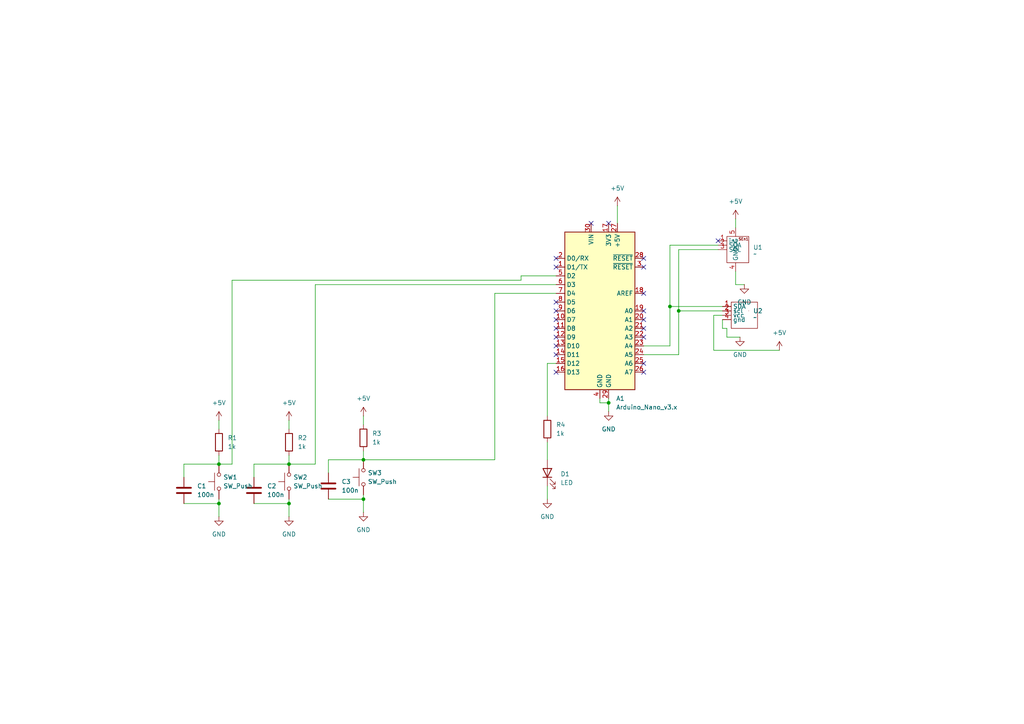
<source format=kicad_sch>
(kicad_sch
	(version 20250114)
	(generator "eeschema")
	(generator_version "9.0")
	(uuid "6a6155fe-d875-4936-93f6-78a87f9b7af4")
	(paper "A4")
	(lib_symbols
		(symbol "Device:C"
			(pin_numbers
				(hide yes)
			)
			(pin_names
				(offset 0.254)
			)
			(exclude_from_sim no)
			(in_bom yes)
			(on_board yes)
			(property "Reference" "C"
				(at 0.635 2.54 0)
				(effects
					(font
						(size 1.27 1.27)
					)
					(justify left)
				)
			)
			(property "Value" "C"
				(at 0.635 -2.54 0)
				(effects
					(font
						(size 1.27 1.27)
					)
					(justify left)
				)
			)
			(property "Footprint" ""
				(at 0.9652 -3.81 0)
				(effects
					(font
						(size 1.27 1.27)
					)
					(hide yes)
				)
			)
			(property "Datasheet" "~"
				(at 0 0 0)
				(effects
					(font
						(size 1.27 1.27)
					)
					(hide yes)
				)
			)
			(property "Description" "Unpolarized capacitor"
				(at 0 0 0)
				(effects
					(font
						(size 1.27 1.27)
					)
					(hide yes)
				)
			)
			(property "ki_keywords" "cap capacitor"
				(at 0 0 0)
				(effects
					(font
						(size 1.27 1.27)
					)
					(hide yes)
				)
			)
			(property "ki_fp_filters" "C_*"
				(at 0 0 0)
				(effects
					(font
						(size 1.27 1.27)
					)
					(hide yes)
				)
			)
			(symbol "C_0_1"
				(polyline
					(pts
						(xy -2.032 0.762) (xy 2.032 0.762)
					)
					(stroke
						(width 0.508)
						(type default)
					)
					(fill
						(type none)
					)
				)
				(polyline
					(pts
						(xy -2.032 -0.762) (xy 2.032 -0.762)
					)
					(stroke
						(width 0.508)
						(type default)
					)
					(fill
						(type none)
					)
				)
			)
			(symbol "C_1_1"
				(pin passive line
					(at 0 3.81 270)
					(length 2.794)
					(name "~"
						(effects
							(font
								(size 1.27 1.27)
							)
						)
					)
					(number "1"
						(effects
							(font
								(size 1.27 1.27)
							)
						)
					)
				)
				(pin passive line
					(at 0 -3.81 90)
					(length 2.794)
					(name "~"
						(effects
							(font
								(size 1.27 1.27)
							)
						)
					)
					(number "2"
						(effects
							(font
								(size 1.27 1.27)
							)
						)
					)
				)
			)
			(embedded_fonts no)
		)
		(symbol "Device:LED"
			(pin_numbers
				(hide yes)
			)
			(pin_names
				(offset 1.016)
				(hide yes)
			)
			(exclude_from_sim no)
			(in_bom yes)
			(on_board yes)
			(property "Reference" "D"
				(at 0 2.54 0)
				(effects
					(font
						(size 1.27 1.27)
					)
				)
			)
			(property "Value" "LED"
				(at 0 -2.54 0)
				(effects
					(font
						(size 1.27 1.27)
					)
				)
			)
			(property "Footprint" ""
				(at 0 0 0)
				(effects
					(font
						(size 1.27 1.27)
					)
					(hide yes)
				)
			)
			(property "Datasheet" "~"
				(at 0 0 0)
				(effects
					(font
						(size 1.27 1.27)
					)
					(hide yes)
				)
			)
			(property "Description" "Light emitting diode"
				(at 0 0 0)
				(effects
					(font
						(size 1.27 1.27)
					)
					(hide yes)
				)
			)
			(property "Sim.Pins" "1=K 2=A"
				(at 0 0 0)
				(effects
					(font
						(size 1.27 1.27)
					)
					(hide yes)
				)
			)
			(property "ki_keywords" "LED diode"
				(at 0 0 0)
				(effects
					(font
						(size 1.27 1.27)
					)
					(hide yes)
				)
			)
			(property "ki_fp_filters" "LED* LED_SMD:* LED_THT:*"
				(at 0 0 0)
				(effects
					(font
						(size 1.27 1.27)
					)
					(hide yes)
				)
			)
			(symbol "LED_0_1"
				(polyline
					(pts
						(xy -3.048 -0.762) (xy -4.572 -2.286) (xy -3.81 -2.286) (xy -4.572 -2.286) (xy -4.572 -1.524)
					)
					(stroke
						(width 0)
						(type default)
					)
					(fill
						(type none)
					)
				)
				(polyline
					(pts
						(xy -1.778 -0.762) (xy -3.302 -2.286) (xy -2.54 -2.286) (xy -3.302 -2.286) (xy -3.302 -1.524)
					)
					(stroke
						(width 0)
						(type default)
					)
					(fill
						(type none)
					)
				)
				(polyline
					(pts
						(xy -1.27 0) (xy 1.27 0)
					)
					(stroke
						(width 0)
						(type default)
					)
					(fill
						(type none)
					)
				)
				(polyline
					(pts
						(xy -1.27 -1.27) (xy -1.27 1.27)
					)
					(stroke
						(width 0.254)
						(type default)
					)
					(fill
						(type none)
					)
				)
				(polyline
					(pts
						(xy 1.27 -1.27) (xy 1.27 1.27) (xy -1.27 0) (xy 1.27 -1.27)
					)
					(stroke
						(width 0.254)
						(type default)
					)
					(fill
						(type none)
					)
				)
			)
			(symbol "LED_1_1"
				(pin passive line
					(at -3.81 0 0)
					(length 2.54)
					(name "K"
						(effects
							(font
								(size 1.27 1.27)
							)
						)
					)
					(number "1"
						(effects
							(font
								(size 1.27 1.27)
							)
						)
					)
				)
				(pin passive line
					(at 3.81 0 180)
					(length 2.54)
					(name "A"
						(effects
							(font
								(size 1.27 1.27)
							)
						)
					)
					(number "2"
						(effects
							(font
								(size 1.27 1.27)
							)
						)
					)
				)
			)
			(embedded_fonts no)
		)
		(symbol "Device:R"
			(pin_numbers
				(hide yes)
			)
			(pin_names
				(offset 0)
			)
			(exclude_from_sim no)
			(in_bom yes)
			(on_board yes)
			(property "Reference" "R"
				(at 2.032 0 90)
				(effects
					(font
						(size 1.27 1.27)
					)
				)
			)
			(property "Value" "R"
				(at 0 0 90)
				(effects
					(font
						(size 1.27 1.27)
					)
				)
			)
			(property "Footprint" ""
				(at -1.778 0 90)
				(effects
					(font
						(size 1.27 1.27)
					)
					(hide yes)
				)
			)
			(property "Datasheet" "~"
				(at 0 0 0)
				(effects
					(font
						(size 1.27 1.27)
					)
					(hide yes)
				)
			)
			(property "Description" "Resistor"
				(at 0 0 0)
				(effects
					(font
						(size 1.27 1.27)
					)
					(hide yes)
				)
			)
			(property "ki_keywords" "R res resistor"
				(at 0 0 0)
				(effects
					(font
						(size 1.27 1.27)
					)
					(hide yes)
				)
			)
			(property "ki_fp_filters" "R_*"
				(at 0 0 0)
				(effects
					(font
						(size 1.27 1.27)
					)
					(hide yes)
				)
			)
			(symbol "R_0_1"
				(rectangle
					(start -1.016 -2.54)
					(end 1.016 2.54)
					(stroke
						(width 0.254)
						(type default)
					)
					(fill
						(type none)
					)
				)
			)
			(symbol "R_1_1"
				(pin passive line
					(at 0 3.81 270)
					(length 1.27)
					(name "~"
						(effects
							(font
								(size 1.27 1.27)
							)
						)
					)
					(number "1"
						(effects
							(font
								(size 1.27 1.27)
							)
						)
					)
				)
				(pin passive line
					(at 0 -3.81 90)
					(length 1.27)
					(name "~"
						(effects
							(font
								(size 1.27 1.27)
							)
						)
					)
					(number "2"
						(effects
							(font
								(size 1.27 1.27)
							)
						)
					)
				)
			)
			(embedded_fonts no)
		)
		(symbol "MCU_Module:Arduino_Nano_v3.x"
			(exclude_from_sim no)
			(in_bom yes)
			(on_board yes)
			(property "Reference" "A"
				(at -10.16 23.495 0)
				(effects
					(font
						(size 1.27 1.27)
					)
					(justify left bottom)
				)
			)
			(property "Value" "Arduino_Nano_v3.x"
				(at 5.08 -24.13 0)
				(effects
					(font
						(size 1.27 1.27)
					)
					(justify left top)
				)
			)
			(property "Footprint" "Module:Arduino_Nano"
				(at 0 0 0)
				(effects
					(font
						(size 1.27 1.27)
						(italic yes)
					)
					(hide yes)
				)
			)
			(property "Datasheet" "http://www.mouser.com/pdfdocs/Gravitech_Arduino_Nano3_0.pdf"
				(at 0 0 0)
				(effects
					(font
						(size 1.27 1.27)
					)
					(hide yes)
				)
			)
			(property "Description" "Arduino Nano v3.x"
				(at 0 0 0)
				(effects
					(font
						(size 1.27 1.27)
					)
					(hide yes)
				)
			)
			(property "ki_keywords" "Arduino nano microcontroller module USB"
				(at 0 0 0)
				(effects
					(font
						(size 1.27 1.27)
					)
					(hide yes)
				)
			)
			(property "ki_fp_filters" "Arduino*Nano*"
				(at 0 0 0)
				(effects
					(font
						(size 1.27 1.27)
					)
					(hide yes)
				)
			)
			(symbol "Arduino_Nano_v3.x_0_1"
				(rectangle
					(start -10.16 22.86)
					(end 10.16 -22.86)
					(stroke
						(width 0.254)
						(type default)
					)
					(fill
						(type background)
					)
				)
			)
			(symbol "Arduino_Nano_v3.x_1_1"
				(pin bidirectional line
					(at -12.7 15.24 0)
					(length 2.54)
					(name "D0/RX"
						(effects
							(font
								(size 1.27 1.27)
							)
						)
					)
					(number "2"
						(effects
							(font
								(size 1.27 1.27)
							)
						)
					)
				)
				(pin bidirectional line
					(at -12.7 12.7 0)
					(length 2.54)
					(name "D1/TX"
						(effects
							(font
								(size 1.27 1.27)
							)
						)
					)
					(number "1"
						(effects
							(font
								(size 1.27 1.27)
							)
						)
					)
				)
				(pin bidirectional line
					(at -12.7 10.16 0)
					(length 2.54)
					(name "D2"
						(effects
							(font
								(size 1.27 1.27)
							)
						)
					)
					(number "5"
						(effects
							(font
								(size 1.27 1.27)
							)
						)
					)
				)
				(pin bidirectional line
					(at -12.7 7.62 0)
					(length 2.54)
					(name "D3"
						(effects
							(font
								(size 1.27 1.27)
							)
						)
					)
					(number "6"
						(effects
							(font
								(size 1.27 1.27)
							)
						)
					)
				)
				(pin bidirectional line
					(at -12.7 5.08 0)
					(length 2.54)
					(name "D4"
						(effects
							(font
								(size 1.27 1.27)
							)
						)
					)
					(number "7"
						(effects
							(font
								(size 1.27 1.27)
							)
						)
					)
				)
				(pin bidirectional line
					(at -12.7 2.54 0)
					(length 2.54)
					(name "D5"
						(effects
							(font
								(size 1.27 1.27)
							)
						)
					)
					(number "8"
						(effects
							(font
								(size 1.27 1.27)
							)
						)
					)
				)
				(pin bidirectional line
					(at -12.7 0 0)
					(length 2.54)
					(name "D6"
						(effects
							(font
								(size 1.27 1.27)
							)
						)
					)
					(number "9"
						(effects
							(font
								(size 1.27 1.27)
							)
						)
					)
				)
				(pin bidirectional line
					(at -12.7 -2.54 0)
					(length 2.54)
					(name "D7"
						(effects
							(font
								(size 1.27 1.27)
							)
						)
					)
					(number "10"
						(effects
							(font
								(size 1.27 1.27)
							)
						)
					)
				)
				(pin bidirectional line
					(at -12.7 -5.08 0)
					(length 2.54)
					(name "D8"
						(effects
							(font
								(size 1.27 1.27)
							)
						)
					)
					(number "11"
						(effects
							(font
								(size 1.27 1.27)
							)
						)
					)
				)
				(pin bidirectional line
					(at -12.7 -7.62 0)
					(length 2.54)
					(name "D9"
						(effects
							(font
								(size 1.27 1.27)
							)
						)
					)
					(number "12"
						(effects
							(font
								(size 1.27 1.27)
							)
						)
					)
				)
				(pin bidirectional line
					(at -12.7 -10.16 0)
					(length 2.54)
					(name "D10"
						(effects
							(font
								(size 1.27 1.27)
							)
						)
					)
					(number "13"
						(effects
							(font
								(size 1.27 1.27)
							)
						)
					)
				)
				(pin bidirectional line
					(at -12.7 -12.7 0)
					(length 2.54)
					(name "D11"
						(effects
							(font
								(size 1.27 1.27)
							)
						)
					)
					(number "14"
						(effects
							(font
								(size 1.27 1.27)
							)
						)
					)
				)
				(pin bidirectional line
					(at -12.7 -15.24 0)
					(length 2.54)
					(name "D12"
						(effects
							(font
								(size 1.27 1.27)
							)
						)
					)
					(number "15"
						(effects
							(font
								(size 1.27 1.27)
							)
						)
					)
				)
				(pin bidirectional line
					(at -12.7 -17.78 0)
					(length 2.54)
					(name "D13"
						(effects
							(font
								(size 1.27 1.27)
							)
						)
					)
					(number "16"
						(effects
							(font
								(size 1.27 1.27)
							)
						)
					)
				)
				(pin power_in line
					(at -2.54 25.4 270)
					(length 2.54)
					(name "VIN"
						(effects
							(font
								(size 1.27 1.27)
							)
						)
					)
					(number "30"
						(effects
							(font
								(size 1.27 1.27)
							)
						)
					)
				)
				(pin power_in line
					(at 0 -25.4 90)
					(length 2.54)
					(name "GND"
						(effects
							(font
								(size 1.27 1.27)
							)
						)
					)
					(number "4"
						(effects
							(font
								(size 1.27 1.27)
							)
						)
					)
				)
				(pin power_out line
					(at 2.54 25.4 270)
					(length 2.54)
					(name "3V3"
						(effects
							(font
								(size 1.27 1.27)
							)
						)
					)
					(number "17"
						(effects
							(font
								(size 1.27 1.27)
							)
						)
					)
				)
				(pin power_in line
					(at 2.54 -25.4 90)
					(length 2.54)
					(name "GND"
						(effects
							(font
								(size 1.27 1.27)
							)
						)
					)
					(number "29"
						(effects
							(font
								(size 1.27 1.27)
							)
						)
					)
				)
				(pin power_out line
					(at 5.08 25.4 270)
					(length 2.54)
					(name "+5V"
						(effects
							(font
								(size 1.27 1.27)
							)
						)
					)
					(number "27"
						(effects
							(font
								(size 1.27 1.27)
							)
						)
					)
				)
				(pin input line
					(at 12.7 15.24 180)
					(length 2.54)
					(name "~{RESET}"
						(effects
							(font
								(size 1.27 1.27)
							)
						)
					)
					(number "28"
						(effects
							(font
								(size 1.27 1.27)
							)
						)
					)
				)
				(pin input line
					(at 12.7 12.7 180)
					(length 2.54)
					(name "~{RESET}"
						(effects
							(font
								(size 1.27 1.27)
							)
						)
					)
					(number "3"
						(effects
							(font
								(size 1.27 1.27)
							)
						)
					)
				)
				(pin input line
					(at 12.7 5.08 180)
					(length 2.54)
					(name "AREF"
						(effects
							(font
								(size 1.27 1.27)
							)
						)
					)
					(number "18"
						(effects
							(font
								(size 1.27 1.27)
							)
						)
					)
				)
				(pin bidirectional line
					(at 12.7 0 180)
					(length 2.54)
					(name "A0"
						(effects
							(font
								(size 1.27 1.27)
							)
						)
					)
					(number "19"
						(effects
							(font
								(size 1.27 1.27)
							)
						)
					)
				)
				(pin bidirectional line
					(at 12.7 -2.54 180)
					(length 2.54)
					(name "A1"
						(effects
							(font
								(size 1.27 1.27)
							)
						)
					)
					(number "20"
						(effects
							(font
								(size 1.27 1.27)
							)
						)
					)
				)
				(pin bidirectional line
					(at 12.7 -5.08 180)
					(length 2.54)
					(name "A2"
						(effects
							(font
								(size 1.27 1.27)
							)
						)
					)
					(number "21"
						(effects
							(font
								(size 1.27 1.27)
							)
						)
					)
				)
				(pin bidirectional line
					(at 12.7 -7.62 180)
					(length 2.54)
					(name "A3"
						(effects
							(font
								(size 1.27 1.27)
							)
						)
					)
					(number "22"
						(effects
							(font
								(size 1.27 1.27)
							)
						)
					)
				)
				(pin bidirectional line
					(at 12.7 -10.16 180)
					(length 2.54)
					(name "A4"
						(effects
							(font
								(size 1.27 1.27)
							)
						)
					)
					(number "23"
						(effects
							(font
								(size 1.27 1.27)
							)
						)
					)
				)
				(pin bidirectional line
					(at 12.7 -12.7 180)
					(length 2.54)
					(name "A5"
						(effects
							(font
								(size 1.27 1.27)
							)
						)
					)
					(number "24"
						(effects
							(font
								(size 1.27 1.27)
							)
						)
					)
				)
				(pin bidirectional line
					(at 12.7 -15.24 180)
					(length 2.54)
					(name "A6"
						(effects
							(font
								(size 1.27 1.27)
							)
						)
					)
					(number "25"
						(effects
							(font
								(size 1.27 1.27)
							)
						)
					)
				)
				(pin bidirectional line
					(at 12.7 -17.78 180)
					(length 2.54)
					(name "A7"
						(effects
							(font
								(size 1.27 1.27)
							)
						)
					)
					(number "26"
						(effects
							(font
								(size 1.27 1.27)
							)
						)
					)
				)
			)
			(embedded_fonts no)
		)
		(symbol "New_Library:MAX30102_module"
			(exclude_from_sim no)
			(in_bom yes)
			(on_board yes)
			(property "Reference" "U"
				(at 0 0 0)
				(effects
					(font
						(size 1.27 1.27)
					)
				)
			)
			(property "Value" ""
				(at 0 0 0)
				(effects
					(font
						(size 1.27 1.27)
					)
				)
			)
			(property "Footprint" ""
				(at 0 0 0)
				(effects
					(font
						(size 1.27 1.27)
					)
					(hide yes)
				)
			)
			(property "Datasheet" ""
				(at 0 0 0)
				(effects
					(font
						(size 1.27 1.27)
					)
					(hide yes)
				)
			)
			(property "Description" ""
				(at 0 0 0)
				(effects
					(font
						(size 1.27 1.27)
					)
					(hide yes)
				)
			)
			(symbol "MAX30102_module_0_1"
				(rectangle
					(start -3.81 2.54)
					(end 2.54 -5.08)
					(stroke
						(width 0)
						(type default)
					)
					(fill
						(type none)
					)
				)
			)
			(symbol "MAX30102_module_1_1"
				(text "SEn1"
					(at 1.016 1.778 0)
					(effects
						(font
							(size 0.762 0.762)
						)
					)
				)
				(pin input line
					(at -6.35 1.27 0)
					(length 2.54)
					(name "int"
						(effects
							(font
								(size 1.27 1.27)
							)
						)
					)
					(number "1"
						(effects
							(font
								(size 1.27 1.27)
							)
						)
					)
				)
				(pin bidirectional line
					(at -6.35 0 0)
					(length 2.54)
					(name "SDA"
						(effects
							(font
								(size 1.27 1.27)
							)
						)
					)
					(number "2"
						(effects
							(font
								(size 1.27 1.27)
							)
						)
					)
				)
				(pin input line
					(at -6.35 -1.27 0)
					(length 2.54)
					(name "SCL"
						(effects
							(font
								(size 1.27 1.27)
							)
						)
					)
					(number "3"
						(effects
							(font
								(size 1.27 1.27)
							)
						)
					)
				)
				(pin power_in line
					(at -1.27 5.08 270)
					(length 2.54)
					(name "VCC"
						(effects
							(font
								(size 1.27 1.27)
							)
						)
					)
					(number "5"
						(effects
							(font
								(size 1.27 1.27)
							)
						)
					)
				)
				(pin power_in line
					(at -1.27 -7.62 90)
					(length 2.54)
					(name "GND"
						(effects
							(font
								(size 1.27 1.27)
							)
						)
					)
					(number "4"
						(effects
							(font
								(size 1.27 1.27)
							)
						)
					)
				)
			)
			(embedded_fonts no)
		)
		(symbol "New_Library:ssd_1306"
			(exclude_from_sim no)
			(in_bom yes)
			(on_board yes)
			(property "Reference" "U"
				(at 5.08 0 0)
				(effects
					(font
						(size 1.27 1.27)
					)
				)
			)
			(property "Value" ""
				(at 0 0 0)
				(effects
					(font
						(size 1.27 1.27)
					)
				)
			)
			(property "Footprint" ""
				(at 0 0 0)
				(effects
					(font
						(size 1.27 1.27)
					)
					(hide yes)
				)
			)
			(property "Datasheet" ""
				(at 0 0 0)
				(effects
					(font
						(size 1.27 1.27)
					)
					(hide yes)
				)
			)
			(property "Description" ""
				(at 0 0 0)
				(effects
					(font
						(size 1.27 1.27)
					)
					(hide yes)
				)
			)
			(symbol "ssd_1306_0_1"
				(rectangle
					(start 5.08 0)
					(end 5.08 0)
					(stroke
						(width 0)
						(type default)
					)
					(fill
						(type none)
					)
				)
			)
			(symbol "ssd_1306_1_1"
				(rectangle
					(start 0 2.54)
					(end 7.62 -5.08)
					(stroke
						(width 0)
						(type default)
					)
					(fill
						(type none)
					)
				)
				(pin bidirectional line
					(at -2.54 1.27 0)
					(length 2.54)
					(name "SDA"
						(effects
							(font
								(size 1.27 1.27)
							)
						)
					)
					(number "1"
						(effects
							(font
								(size 1.27 1.27)
							)
						)
					)
				)
				(pin bidirectional line
					(at -2.54 0 0)
					(length 2.54)
					(name "scl"
						(effects
							(font
								(size 1.27 1.27)
							)
						)
					)
					(number "2"
						(effects
							(font
								(size 1.27 1.27)
							)
						)
					)
				)
				(pin power_in line
					(at -2.54 -1.27 0)
					(length 2.54)
					(name "vcc"
						(effects
							(font
								(size 1.27 1.27)
							)
						)
					)
					(number "3"
						(effects
							(font
								(size 1.27 1.27)
							)
						)
					)
				)
				(pin power_in line
					(at -2.54 -2.54 0)
					(length 2.54)
					(name "gnd"
						(effects
							(font
								(size 1.27 1.27)
							)
						)
					)
					(number "4"
						(effects
							(font
								(size 1.27 1.27)
							)
						)
					)
				)
			)
			(embedded_fonts no)
		)
		(symbol "Switch:SW_Push"
			(pin_numbers
				(hide yes)
			)
			(pin_names
				(offset 1.016)
				(hide yes)
			)
			(exclude_from_sim no)
			(in_bom yes)
			(on_board yes)
			(property "Reference" "SW"
				(at 1.27 2.54 0)
				(effects
					(font
						(size 1.27 1.27)
					)
					(justify left)
				)
			)
			(property "Value" "SW_Push"
				(at 0 -1.524 0)
				(effects
					(font
						(size 1.27 1.27)
					)
				)
			)
			(property "Footprint" ""
				(at 0 5.08 0)
				(effects
					(font
						(size 1.27 1.27)
					)
					(hide yes)
				)
			)
			(property "Datasheet" "~"
				(at 0 5.08 0)
				(effects
					(font
						(size 1.27 1.27)
					)
					(hide yes)
				)
			)
			(property "Description" "Push button switch, generic, two pins"
				(at 0 0 0)
				(effects
					(font
						(size 1.27 1.27)
					)
					(hide yes)
				)
			)
			(property "ki_keywords" "switch normally-open pushbutton push-button"
				(at 0 0 0)
				(effects
					(font
						(size 1.27 1.27)
					)
					(hide yes)
				)
			)
			(symbol "SW_Push_0_1"
				(circle
					(center -2.032 0)
					(radius 0.508)
					(stroke
						(width 0)
						(type default)
					)
					(fill
						(type none)
					)
				)
				(polyline
					(pts
						(xy 0 1.27) (xy 0 3.048)
					)
					(stroke
						(width 0)
						(type default)
					)
					(fill
						(type none)
					)
				)
				(circle
					(center 2.032 0)
					(radius 0.508)
					(stroke
						(width 0)
						(type default)
					)
					(fill
						(type none)
					)
				)
				(polyline
					(pts
						(xy 2.54 1.27) (xy -2.54 1.27)
					)
					(stroke
						(width 0)
						(type default)
					)
					(fill
						(type none)
					)
				)
				(pin passive line
					(at -5.08 0 0)
					(length 2.54)
					(name "1"
						(effects
							(font
								(size 1.27 1.27)
							)
						)
					)
					(number "1"
						(effects
							(font
								(size 1.27 1.27)
							)
						)
					)
				)
				(pin passive line
					(at 5.08 0 180)
					(length 2.54)
					(name "2"
						(effects
							(font
								(size 1.27 1.27)
							)
						)
					)
					(number "2"
						(effects
							(font
								(size 1.27 1.27)
							)
						)
					)
				)
			)
			(embedded_fonts no)
		)
		(symbol "power:+5V"
			(power)
			(pin_numbers
				(hide yes)
			)
			(pin_names
				(offset 0)
				(hide yes)
			)
			(exclude_from_sim no)
			(in_bom yes)
			(on_board yes)
			(property "Reference" "#PWR"
				(at 0 -3.81 0)
				(effects
					(font
						(size 1.27 1.27)
					)
					(hide yes)
				)
			)
			(property "Value" "+5V"
				(at 0 3.556 0)
				(effects
					(font
						(size 1.27 1.27)
					)
				)
			)
			(property "Footprint" ""
				(at 0 0 0)
				(effects
					(font
						(size 1.27 1.27)
					)
					(hide yes)
				)
			)
			(property "Datasheet" ""
				(at 0 0 0)
				(effects
					(font
						(size 1.27 1.27)
					)
					(hide yes)
				)
			)
			(property "Description" "Power symbol creates a global label with name \"+5V\""
				(at 0 0 0)
				(effects
					(font
						(size 1.27 1.27)
					)
					(hide yes)
				)
			)
			(property "ki_keywords" "global power"
				(at 0 0 0)
				(effects
					(font
						(size 1.27 1.27)
					)
					(hide yes)
				)
			)
			(symbol "+5V_0_1"
				(polyline
					(pts
						(xy -0.762 1.27) (xy 0 2.54)
					)
					(stroke
						(width 0)
						(type default)
					)
					(fill
						(type none)
					)
				)
				(polyline
					(pts
						(xy 0 2.54) (xy 0.762 1.27)
					)
					(stroke
						(width 0)
						(type default)
					)
					(fill
						(type none)
					)
				)
				(polyline
					(pts
						(xy 0 0) (xy 0 2.54)
					)
					(stroke
						(width 0)
						(type default)
					)
					(fill
						(type none)
					)
				)
			)
			(symbol "+5V_1_1"
				(pin power_in line
					(at 0 0 90)
					(length 0)
					(name "~"
						(effects
							(font
								(size 1.27 1.27)
							)
						)
					)
					(number "1"
						(effects
							(font
								(size 1.27 1.27)
							)
						)
					)
				)
			)
			(embedded_fonts no)
		)
		(symbol "power:GND"
			(power)
			(pin_numbers
				(hide yes)
			)
			(pin_names
				(offset 0)
				(hide yes)
			)
			(exclude_from_sim no)
			(in_bom yes)
			(on_board yes)
			(property "Reference" "#PWR"
				(at 0 -6.35 0)
				(effects
					(font
						(size 1.27 1.27)
					)
					(hide yes)
				)
			)
			(property "Value" "GND"
				(at 0 -3.81 0)
				(effects
					(font
						(size 1.27 1.27)
					)
				)
			)
			(property "Footprint" ""
				(at 0 0 0)
				(effects
					(font
						(size 1.27 1.27)
					)
					(hide yes)
				)
			)
			(property "Datasheet" ""
				(at 0 0 0)
				(effects
					(font
						(size 1.27 1.27)
					)
					(hide yes)
				)
			)
			(property "Description" "Power symbol creates a global label with name \"GND\" , ground"
				(at 0 0 0)
				(effects
					(font
						(size 1.27 1.27)
					)
					(hide yes)
				)
			)
			(property "ki_keywords" "global power"
				(at 0 0 0)
				(effects
					(font
						(size 1.27 1.27)
					)
					(hide yes)
				)
			)
			(symbol "GND_0_1"
				(polyline
					(pts
						(xy 0 0) (xy 0 -1.27) (xy 1.27 -1.27) (xy 0 -2.54) (xy -1.27 -1.27) (xy 0 -1.27)
					)
					(stroke
						(width 0)
						(type default)
					)
					(fill
						(type none)
					)
				)
			)
			(symbol "GND_1_1"
				(pin power_in line
					(at 0 0 270)
					(length 0)
					(name "~"
						(effects
							(font
								(size 1.27 1.27)
							)
						)
					)
					(number "1"
						(effects
							(font
								(size 1.27 1.27)
							)
						)
					)
				)
			)
			(embedded_fonts no)
		)
	)
	(junction
		(at 176.53 116.84)
		(diameter 0)
		(color 0 0 0 0)
		(uuid "13b495a3-d055-408c-84ec-9334c1c450ef")
	)
	(junction
		(at 105.41 144.78)
		(diameter 0)
		(color 0 0 0 0)
		(uuid "25921818-4e11-415c-8cb2-07b6eea55f5a")
	)
	(junction
		(at 196.85 90.17)
		(diameter 0)
		(color 0 0 0 0)
		(uuid "54144efc-bbf0-49c1-b0d0-5a664fbd3193")
	)
	(junction
		(at 83.82 134.62)
		(diameter 0)
		(color 0 0 0 0)
		(uuid "7385b233-1c98-4d1c-b970-d31972ec93d9")
	)
	(junction
		(at 63.5 146.05)
		(diameter 0)
		(color 0 0 0 0)
		(uuid "8d88236a-f573-4cf5-bd93-e143cc57ffe2")
	)
	(junction
		(at 83.82 146.05)
		(diameter 0)
		(color 0 0 0 0)
		(uuid "c05539a9-0c4f-4161-90fc-56f23e6b444e")
	)
	(junction
		(at 194.31 88.9)
		(diameter 0)
		(color 0 0 0 0)
		(uuid "e5269311-424e-4135-9f04-b96638878fee")
	)
	(junction
		(at 105.41 133.35)
		(diameter 0)
		(color 0 0 0 0)
		(uuid "ed22a779-f181-4a7c-9ba1-3fd3441a67e2")
	)
	(junction
		(at 63.5 134.62)
		(diameter 0)
		(color 0 0 0 0)
		(uuid "f811ce78-2b54-4c80-9e63-eafb60b6f1d6")
	)
	(no_connect
		(at 161.29 100.33)
		(uuid "01340b7d-fa9f-49a4-867b-6e217fd6e0e5")
	)
	(no_connect
		(at 161.29 90.17)
		(uuid "0c6b4c30-4d21-4682-8f66-d85640ee810c")
	)
	(no_connect
		(at 161.29 107.95)
		(uuid "1adc89f6-7b5d-4ac4-ae7e-91d339db9a3b")
	)
	(no_connect
		(at 186.69 92.71)
		(uuid "1b6c6992-9ccc-4c30-933a-02a353f09534")
	)
	(no_connect
		(at 208.28 69.85)
		(uuid "20127ded-dbf1-455d-abc1-4ad27e76140a")
	)
	(no_connect
		(at 161.29 87.63)
		(uuid "22596927-9f20-4fb8-8596-653c05332289")
	)
	(no_connect
		(at 186.69 95.25)
		(uuid "3a996bfe-8a2a-481c-832b-d1aaa93616da")
	)
	(no_connect
		(at 176.53 64.77)
		(uuid "42eb34f2-be39-4f5d-b026-c5e6b975cf2a")
	)
	(no_connect
		(at 161.29 95.25)
		(uuid "482ec123-54d1-43bc-8f80-0f9275368bf0")
	)
	(no_connect
		(at 186.69 97.79)
		(uuid "4a6b6e65-6855-4c20-81e5-5f2d4eb992cc")
	)
	(no_connect
		(at 161.29 97.79)
		(uuid "65140d33-7de9-4350-850c-b219bfed5be7")
	)
	(no_connect
		(at 186.69 105.41)
		(uuid "70924764-bba9-4454-b5d9-b1fc7f4e4a05")
	)
	(no_connect
		(at 161.29 92.71)
		(uuid "7d8b44ce-f767-4a3c-8055-b1792927c2d6")
	)
	(no_connect
		(at 186.69 107.95)
		(uuid "806e1795-88d1-4ba0-8300-72df6ecda316")
	)
	(no_connect
		(at 171.45 64.77)
		(uuid "81264257-20b1-41da-98c2-7d8ccfddbd83")
	)
	(no_connect
		(at 186.69 77.47)
		(uuid "82f0bd96-7312-4040-8746-e5b8c18516b0")
	)
	(no_connect
		(at 161.29 102.87)
		(uuid "c02694a0-9ef3-405b-8cb2-0d8bedc390da")
	)
	(no_connect
		(at 186.69 85.09)
		(uuid "cda483ac-1df1-4e74-9bf4-2f760122a958")
	)
	(no_connect
		(at 186.69 90.17)
		(uuid "d162e560-876d-4a97-8d8c-711b4102fa03")
	)
	(no_connect
		(at 161.29 74.93)
		(uuid "d914b764-b81d-4f83-99bd-26711d906d6f")
	)
	(no_connect
		(at 161.29 77.47)
		(uuid "db451900-c8ff-48e3-a3c5-6e9d9c0f5173")
	)
	(no_connect
		(at 186.69 74.93)
		(uuid "e9ef0c97-3dca-439f-8a82-3389a8f4242d")
	)
	(wire
		(pts
			(xy 194.31 88.9) (xy 209.55 88.9)
		)
		(stroke
			(width 0)
			(type default)
		)
		(uuid "00b1a497-cdbf-47fe-951d-45c3f3440e68")
	)
	(wire
		(pts
			(xy 173.99 116.84) (xy 176.53 116.84)
		)
		(stroke
			(width 0)
			(type default)
		)
		(uuid "0e8ab7db-349c-4c8e-ba68-1a77e40fd8fc")
	)
	(wire
		(pts
			(xy 67.31 134.62) (xy 67.31 81.28)
		)
		(stroke
			(width 0)
			(type default)
		)
		(uuid "0f4d225d-35fd-4a70-878e-894a314115d9")
	)
	(wire
		(pts
			(xy 213.36 78.74) (xy 213.36 82.55)
		)
		(stroke
			(width 0)
			(type default)
		)
		(uuid "103cc536-2d3a-4d76-a869-9443f70735e6")
	)
	(wire
		(pts
			(xy 210.82 95.25) (xy 209.55 95.25)
		)
		(stroke
			(width 0)
			(type default)
		)
		(uuid "19984aec-7ae2-4e4a-bf71-4d1bdcf5a4df")
	)
	(wire
		(pts
			(xy 158.75 120.65) (xy 158.75 105.41)
		)
		(stroke
			(width 0)
			(type default)
		)
		(uuid "2272a120-2346-4cd7-bbea-bbfdd21fa2ba")
	)
	(wire
		(pts
			(xy 63.5 146.05) (xy 63.5 149.86)
		)
		(stroke
			(width 0)
			(type default)
		)
		(uuid "23f1fdc2-1d88-483b-bfd4-9bf8a5090d7a")
	)
	(wire
		(pts
			(xy 63.5 121.92) (xy 63.5 124.46)
		)
		(stroke
			(width 0)
			(type default)
		)
		(uuid "243d8053-218e-4e84-80cb-8369de50b135")
	)
	(wire
		(pts
			(xy 53.34 146.05) (xy 63.5 146.05)
		)
		(stroke
			(width 0)
			(type default)
		)
		(uuid "271a7706-f3dc-4427-bfbd-b09f049e9abc")
	)
	(wire
		(pts
			(xy 158.75 140.97) (xy 158.75 144.78)
		)
		(stroke
			(width 0)
			(type default)
		)
		(uuid "276260f5-eabe-4273-a63b-73b94245425e")
	)
	(wire
		(pts
			(xy 83.82 132.08) (xy 83.82 134.62)
		)
		(stroke
			(width 0)
			(type default)
		)
		(uuid "27a0a057-27c4-4b4b-a572-5eeff05c0f70")
	)
	(wire
		(pts
			(xy 207.01 101.6) (xy 207.01 91.44)
		)
		(stroke
			(width 0)
			(type default)
		)
		(uuid "2b1bf59b-1b56-4e1b-ac78-993ec1803ac5")
	)
	(wire
		(pts
			(xy 143.51 85.09) (xy 161.29 85.09)
		)
		(stroke
			(width 0)
			(type default)
		)
		(uuid "2c0658be-8b91-47cc-a90a-b1cf4064b685")
	)
	(wire
		(pts
			(xy 176.53 116.84) (xy 176.53 119.38)
		)
		(stroke
			(width 0)
			(type default)
		)
		(uuid "2ea7b73f-dca5-46bd-9603-ddc25a0b348d")
	)
	(wire
		(pts
			(xy 83.82 134.62) (xy 91.44 134.62)
		)
		(stroke
			(width 0)
			(type default)
		)
		(uuid "34bcd33e-0906-43f9-8fa6-8426ff2c125d")
	)
	(wire
		(pts
			(xy 105.41 120.65) (xy 105.41 123.19)
		)
		(stroke
			(width 0)
			(type default)
		)
		(uuid "34bd30af-abc3-44f1-a5af-04838bb032d2")
	)
	(wire
		(pts
			(xy 186.69 102.87) (xy 196.85 102.87)
		)
		(stroke
			(width 0)
			(type default)
		)
		(uuid "3514b924-2a7b-4e7f-8454-c7717bff7a59")
	)
	(wire
		(pts
			(xy 151.13 80.01) (xy 161.29 80.01)
		)
		(stroke
			(width 0)
			(type default)
		)
		(uuid "39cf34b8-2edb-4095-9e70-a8ecc3a33b48")
	)
	(wire
		(pts
			(xy 176.53 115.57) (xy 176.53 116.84)
		)
		(stroke
			(width 0)
			(type default)
		)
		(uuid "3d5db7c9-8362-4aec-81a7-3b82f29d9422")
	)
	(wire
		(pts
			(xy 83.82 121.92) (xy 83.82 124.46)
		)
		(stroke
			(width 0)
			(type default)
		)
		(uuid "43b22dbe-cafc-4760-b031-e2ff647c41fa")
	)
	(wire
		(pts
			(xy 196.85 72.39) (xy 208.28 72.39)
		)
		(stroke
			(width 0)
			(type default)
		)
		(uuid "46366142-01c7-487d-8e41-110c6cf7fc50")
	)
	(wire
		(pts
			(xy 95.25 133.35) (xy 105.41 133.35)
		)
		(stroke
			(width 0)
			(type default)
		)
		(uuid "4da9f971-36f3-46c4-8b0a-fdf1faf17836")
	)
	(wire
		(pts
			(xy 53.34 138.43) (xy 53.34 134.62)
		)
		(stroke
			(width 0)
			(type default)
		)
		(uuid "50f232a7-0ccf-4d25-b804-4f5948cf3d70")
	)
	(wire
		(pts
			(xy 196.85 90.17) (xy 209.55 90.17)
		)
		(stroke
			(width 0)
			(type default)
		)
		(uuid "59a59a2d-d8ad-4b40-8bd9-1814564c5ca2")
	)
	(wire
		(pts
			(xy 186.69 100.33) (xy 194.31 100.33)
		)
		(stroke
			(width 0)
			(type default)
		)
		(uuid "65e9d029-5337-4e8c-9c5d-ef75b49f1610")
	)
	(wire
		(pts
			(xy 53.34 134.62) (xy 63.5 134.62)
		)
		(stroke
			(width 0)
			(type default)
		)
		(uuid "667a01f1-464c-4e73-bb7f-746dc8e6bd8e")
	)
	(wire
		(pts
			(xy 207.01 91.44) (xy 209.55 91.44)
		)
		(stroke
			(width 0)
			(type default)
		)
		(uuid "74de60df-9dbb-4c89-8890-ff3367b446e8")
	)
	(wire
		(pts
			(xy 194.31 100.33) (xy 194.31 88.9)
		)
		(stroke
			(width 0)
			(type default)
		)
		(uuid "77d61199-e173-4574-88dc-258e665dbaef")
	)
	(wire
		(pts
			(xy 158.75 128.27) (xy 158.75 133.35)
		)
		(stroke
			(width 0)
			(type default)
		)
		(uuid "78727a06-2a36-4173-be63-6d6f384d2869")
	)
	(wire
		(pts
			(xy 179.07 59.69) (xy 179.07 64.77)
		)
		(stroke
			(width 0)
			(type default)
		)
		(uuid "88de6e4b-8bfb-471b-98ef-80e01eb66cad")
	)
	(wire
		(pts
			(xy 151.13 81.28) (xy 151.13 80.01)
		)
		(stroke
			(width 0)
			(type default)
		)
		(uuid "94908f29-5aa5-45e6-bd8a-0131232b3908")
	)
	(wire
		(pts
			(xy 210.82 97.79) (xy 210.82 95.25)
		)
		(stroke
			(width 0)
			(type default)
		)
		(uuid "9820bc9c-c6f6-4474-b834-1c4cdde9e795")
	)
	(wire
		(pts
			(xy 105.41 144.78) (xy 105.41 143.51)
		)
		(stroke
			(width 0)
			(type default)
		)
		(uuid "9aba2d34-4c7e-4369-9310-58a5d6b1ba42")
	)
	(wire
		(pts
			(xy 213.36 63.5) (xy 213.36 66.04)
		)
		(stroke
			(width 0)
			(type default)
		)
		(uuid "9d647ef3-27dd-4972-a25e-569fe0c45b3b")
	)
	(wire
		(pts
			(xy 209.55 95.25) (xy 209.55 92.71)
		)
		(stroke
			(width 0)
			(type default)
		)
		(uuid "a034e3bd-b924-4846-9fb4-4d6c4594474a")
	)
	(wire
		(pts
			(xy 207.01 101.6) (xy 226.06 101.6)
		)
		(stroke
			(width 0)
			(type default)
		)
		(uuid "a1011f05-e1ee-4065-a7c8-b73cc84d6eef")
	)
	(wire
		(pts
			(xy 95.25 137.16) (xy 95.25 133.35)
		)
		(stroke
			(width 0)
			(type default)
		)
		(uuid "a296871f-0ee6-404c-b1fd-89ca9fb4ce08")
	)
	(wire
		(pts
			(xy 173.99 115.57) (xy 173.99 116.84)
		)
		(stroke
			(width 0)
			(type default)
		)
		(uuid "a945969a-79c6-44c2-8207-ea98e0bc8b52")
	)
	(wire
		(pts
			(xy 83.82 146.05) (xy 83.82 144.78)
		)
		(stroke
			(width 0)
			(type default)
		)
		(uuid "a9815c2a-20dd-4562-ab42-a44c39e2438a")
	)
	(wire
		(pts
			(xy 63.5 132.08) (xy 63.5 134.62)
		)
		(stroke
			(width 0)
			(type default)
		)
		(uuid "aac2fb05-6fd2-4bc0-8675-a6f5fc943b9b")
	)
	(wire
		(pts
			(xy 105.41 144.78) (xy 105.41 148.59)
		)
		(stroke
			(width 0)
			(type default)
		)
		(uuid "abf63a10-996a-4429-8d93-9a6669d01e35")
	)
	(wire
		(pts
			(xy 73.66 134.62) (xy 83.82 134.62)
		)
		(stroke
			(width 0)
			(type default)
		)
		(uuid "b2b4d9cd-e1e0-44cd-8ec1-a0face9a03d6")
	)
	(wire
		(pts
			(xy 63.5 146.05) (xy 63.5 144.78)
		)
		(stroke
			(width 0)
			(type default)
		)
		(uuid "b357dba9-f0da-47da-8d5f-7ecf15f9b610")
	)
	(wire
		(pts
			(xy 91.44 82.55) (xy 161.29 82.55)
		)
		(stroke
			(width 0)
			(type default)
		)
		(uuid "b5e175a2-76b2-4ad7-8a06-acbd2353d6f0")
	)
	(wire
		(pts
			(xy 194.31 88.9) (xy 194.31 71.12)
		)
		(stroke
			(width 0)
			(type default)
		)
		(uuid "b6bb0dd3-9404-4b4c-a327-69013386f69b")
	)
	(wire
		(pts
			(xy 95.25 144.78) (xy 105.41 144.78)
		)
		(stroke
			(width 0)
			(type default)
		)
		(uuid "b84831b5-2c78-4f7c-8d57-5b72736bce39")
	)
	(wire
		(pts
			(xy 196.85 102.87) (xy 196.85 90.17)
		)
		(stroke
			(width 0)
			(type default)
		)
		(uuid "be6794dd-99b2-48e8-9c9a-5f7fe6390814")
	)
	(wire
		(pts
			(xy 158.75 105.41) (xy 161.29 105.41)
		)
		(stroke
			(width 0)
			(type default)
		)
		(uuid "bf9995c8-7378-4b4a-88c2-38d5bc0f4eb9")
	)
	(wire
		(pts
			(xy 213.36 82.55) (xy 215.9 82.55)
		)
		(stroke
			(width 0)
			(type default)
		)
		(uuid "c50f649d-46c6-47ac-ac44-bd4e5f01acaf")
	)
	(wire
		(pts
			(xy 91.44 134.62) (xy 91.44 82.55)
		)
		(stroke
			(width 0)
			(type default)
		)
		(uuid "d2350153-fb8d-48fd-a75a-34a41e6bf29a")
	)
	(wire
		(pts
			(xy 83.82 146.05) (xy 83.82 149.86)
		)
		(stroke
			(width 0)
			(type default)
		)
		(uuid "d28200f7-f3c7-4522-ad94-bae2d3ff2698")
	)
	(wire
		(pts
			(xy 105.41 130.81) (xy 105.41 133.35)
		)
		(stroke
			(width 0)
			(type default)
		)
		(uuid "de1b09cc-9428-4747-90e4-e54245f417d7")
	)
	(wire
		(pts
			(xy 196.85 90.17) (xy 196.85 72.39)
		)
		(stroke
			(width 0)
			(type default)
		)
		(uuid "e1a61bbc-2fa5-46db-9a8b-2fc63b09edbf")
	)
	(wire
		(pts
			(xy 73.66 138.43) (xy 73.66 134.62)
		)
		(stroke
			(width 0)
			(type default)
		)
		(uuid "e621a8e7-8057-4351-b1b9-e12cf98f1930")
	)
	(wire
		(pts
			(xy 214.63 97.79) (xy 210.82 97.79)
		)
		(stroke
			(width 0)
			(type default)
		)
		(uuid "e87e4ced-8ef7-477e-a167-a8c5a4c21472")
	)
	(wire
		(pts
			(xy 105.41 133.35) (xy 143.51 133.35)
		)
		(stroke
			(width 0)
			(type default)
		)
		(uuid "ed0d723f-f8d2-41d6-8450-382f33847125")
	)
	(wire
		(pts
			(xy 194.31 71.12) (xy 208.28 71.12)
		)
		(stroke
			(width 0)
			(type default)
		)
		(uuid "ee9c2927-442a-4b68-b6bf-8a47b775f2d8")
	)
	(wire
		(pts
			(xy 63.5 134.62) (xy 67.31 134.62)
		)
		(stroke
			(width 0)
			(type default)
		)
		(uuid "eed6e468-5a7c-4a17-a9bd-50ae2a844896")
	)
	(wire
		(pts
			(xy 67.31 81.28) (xy 151.13 81.28)
		)
		(stroke
			(width 0)
			(type default)
		)
		(uuid "ef3d282b-ead4-4ba4-b0d1-405fe792c0df")
	)
	(wire
		(pts
			(xy 143.51 133.35) (xy 143.51 85.09)
		)
		(stroke
			(width 0)
			(type default)
		)
		(uuid "f3514e17-2be5-4c36-aaf1-389b52140bc7")
	)
	(wire
		(pts
			(xy 73.66 146.05) (xy 83.82 146.05)
		)
		(stroke
			(width 0)
			(type default)
		)
		(uuid "f60d2e2d-5454-499a-925f-c97e86bd12f9")
	)
	(symbol
		(lib_id "Device:C")
		(at 95.25 140.97 0)
		(unit 1)
		(exclude_from_sim no)
		(in_bom yes)
		(on_board yes)
		(dnp no)
		(fields_autoplaced yes)
		(uuid "07e2cec2-e2dd-479e-9210-8fc78c833303")
		(property "Reference" "C3"
			(at 99.06 139.6999 0)
			(effects
				(font
					(size 1.27 1.27)
				)
				(justify left)
			)
		)
		(property "Value" "100n"
			(at 99.06 142.2399 0)
			(effects
				(font
					(size 1.27 1.27)
				)
				(justify left)
			)
		)
		(property "Footprint" "Capacitor_THT:C_Disc_D4.7mm_W2.5mm_P5.00mm"
			(at 96.2152 144.78 0)
			(effects
				(font
					(size 1.27 1.27)
				)
				(hide yes)
			)
		)
		(property "Datasheet" "~"
			(at 95.25 140.97 0)
			(effects
				(font
					(size 1.27 1.27)
				)
				(hide yes)
			)
		)
		(property "Description" "Unpolarized capacitor"
			(at 95.25 140.97 0)
			(effects
				(font
					(size 1.27 1.27)
				)
				(hide yes)
			)
		)
		(pin "1"
			(uuid "7343e95a-70df-4fb4-a909-58d039a90a7e")
		)
		(pin "2"
			(uuid "33d40192-36f5-4dc6-992d-242770a53a25")
		)
		(instances
			(project "1 try"
				(path "/6a6155fe-d875-4936-93f6-78a87f9b7af4"
					(reference "C3")
					(unit 1)
				)
			)
		)
	)
	(symbol
		(lib_id "Device:C")
		(at 53.34 142.24 0)
		(unit 1)
		(exclude_from_sim no)
		(in_bom yes)
		(on_board yes)
		(dnp no)
		(fields_autoplaced yes)
		(uuid "1537bff4-acd7-45ca-b746-eec63f58df75")
		(property "Reference" "C1"
			(at 57.15 140.9699 0)
			(effects
				(font
					(size 1.27 1.27)
				)
				(justify left)
			)
		)
		(property "Value" "100n"
			(at 57.15 143.5099 0)
			(effects
				(font
					(size 1.27 1.27)
				)
				(justify left)
			)
		)
		(property "Footprint" "Capacitor_THT:C_Disc_D4.7mm_W2.5mm_P5.00mm"
			(at 54.3052 146.05 0)
			(effects
				(font
					(size 1.27 1.27)
				)
				(hide yes)
			)
		)
		(property "Datasheet" "~"
			(at 53.34 142.24 0)
			(effects
				(font
					(size 1.27 1.27)
				)
				(hide yes)
			)
		)
		(property "Description" "Unpolarized capacitor"
			(at 53.34 142.24 0)
			(effects
				(font
					(size 1.27 1.27)
				)
				(hide yes)
			)
		)
		(pin "1"
			(uuid "da5b72d0-840f-49a4-8071-e76365eea93e")
		)
		(pin "2"
			(uuid "7213cec5-2d9e-4bc5-9230-1d4d47a998a6")
		)
		(instances
			(project ""
				(path "/6a6155fe-d875-4936-93f6-78a87f9b7af4"
					(reference "C1")
					(unit 1)
				)
			)
		)
	)
	(symbol
		(lib_id "Device:R")
		(at 63.5 128.27 0)
		(unit 1)
		(exclude_from_sim no)
		(in_bom yes)
		(on_board yes)
		(dnp no)
		(fields_autoplaced yes)
		(uuid "1625793a-bbb4-43d1-9b6a-af0563acdbf7")
		(property "Reference" "R1"
			(at 66.04 126.9999 0)
			(effects
				(font
					(size 1.27 1.27)
				)
				(justify left)
			)
		)
		(property "Value" "1k"
			(at 66.04 129.5399 0)
			(effects
				(font
					(size 1.27 1.27)
				)
				(justify left)
			)
		)
		(property "Footprint" "Resistor_THT:R_Axial_DIN0309_L9.0mm_D3.2mm_P2.54mm_Vertical"
			(at 61.722 128.27 90)
			(effects
				(font
					(size 1.27 1.27)
				)
				(hide yes)
			)
		)
		(property "Datasheet" "~"
			(at 63.5 128.27 0)
			(effects
				(font
					(size 1.27 1.27)
				)
				(hide yes)
			)
		)
		(property "Description" "Resistor"
			(at 63.5 128.27 0)
			(effects
				(font
					(size 1.27 1.27)
				)
				(hide yes)
			)
		)
		(pin "1"
			(uuid "dd721242-3763-4346-a436-1bfc5c4b03d8")
		)
		(pin "2"
			(uuid "95a63b7d-b315-4654-b1e9-b4ff6c94ef8e")
		)
		(instances
			(project ""
				(path "/6a6155fe-d875-4936-93f6-78a87f9b7af4"
					(reference "R1")
					(unit 1)
				)
			)
		)
	)
	(symbol
		(lib_id "Switch:SW_Push")
		(at 83.82 139.7 90)
		(unit 1)
		(exclude_from_sim no)
		(in_bom yes)
		(on_board yes)
		(dnp no)
		(fields_autoplaced yes)
		(uuid "1be4b3fd-884a-46df-8aa7-1ee791a6ed39")
		(property "Reference" "SW2"
			(at 85.09 138.4299 90)
			(effects
				(font
					(size 1.27 1.27)
				)
				(justify right)
			)
		)
		(property "Value" "SW_Push"
			(at 85.09 140.9699 90)
			(effects
				(font
					(size 1.27 1.27)
				)
				(justify right)
			)
		)
		(property "Footprint" "Button_Switch_THT:SW_PUSH_6mm_H4.3mm"
			(at 78.74 139.7 0)
			(effects
				(font
					(size 1.27 1.27)
				)
				(hide yes)
			)
		)
		(property "Datasheet" "~"
			(at 78.74 139.7 0)
			(effects
				(font
					(size 1.27 1.27)
				)
				(hide yes)
			)
		)
		(property "Description" "Push button switch, generic, two pins"
			(at 83.82 139.7 0)
			(effects
				(font
					(size 1.27 1.27)
				)
				(hide yes)
			)
		)
		(pin "1"
			(uuid "e90ab104-3e04-4fa3-b6d7-fa76acefe5eb")
		)
		(pin "2"
			(uuid "270d46e8-ab6a-4f55-a8df-960aee7e7704")
		)
		(instances
			(project "1 try"
				(path "/6a6155fe-d875-4936-93f6-78a87f9b7af4"
					(reference "SW2")
					(unit 1)
				)
			)
		)
	)
	(symbol
		(lib_id "power:GND")
		(at 176.53 119.38 0)
		(unit 1)
		(exclude_from_sim no)
		(in_bom yes)
		(on_board yes)
		(dnp no)
		(fields_autoplaced yes)
		(uuid "1e22d802-d838-4710-9585-e891e21aec1b")
		(property "Reference" "#PWR01"
			(at 176.53 125.73 0)
			(effects
				(font
					(size 1.27 1.27)
				)
				(hide yes)
			)
		)
		(property "Value" "GND"
			(at 176.53 124.46 0)
			(effects
				(font
					(size 1.27 1.27)
				)
			)
		)
		(property "Footprint" ""
			(at 176.53 119.38 0)
			(effects
				(font
					(size 1.27 1.27)
				)
				(hide yes)
			)
		)
		(property "Datasheet" ""
			(at 176.53 119.38 0)
			(effects
				(font
					(size 1.27 1.27)
				)
				(hide yes)
			)
		)
		(property "Description" "Power symbol creates a global label with name \"GND\" , ground"
			(at 176.53 119.38 0)
			(effects
				(font
					(size 1.27 1.27)
				)
				(hide yes)
			)
		)
		(pin "1"
			(uuid "a0763249-016f-41f2-a0f5-c74038c7a215")
		)
		(instances
			(project ""
				(path "/6a6155fe-d875-4936-93f6-78a87f9b7af4"
					(reference "#PWR01")
					(unit 1)
				)
			)
		)
	)
	(symbol
		(lib_id "Device:R")
		(at 83.82 128.27 0)
		(unit 1)
		(exclude_from_sim no)
		(in_bom yes)
		(on_board yes)
		(dnp no)
		(fields_autoplaced yes)
		(uuid "2566e755-7ba2-4198-a2a0-14c7ad2cc842")
		(property "Reference" "R2"
			(at 86.36 126.9999 0)
			(effects
				(font
					(size 1.27 1.27)
				)
				(justify left)
			)
		)
		(property "Value" "1k"
			(at 86.36 129.5399 0)
			(effects
				(font
					(size 1.27 1.27)
				)
				(justify left)
			)
		)
		(property "Footprint" "Resistor_THT:R_Axial_DIN0309_L9.0mm_D3.2mm_P2.54mm_Vertical"
			(at 82.042 128.27 90)
			(effects
				(font
					(size 1.27 1.27)
				)
				(hide yes)
			)
		)
		(property "Datasheet" "~"
			(at 83.82 128.27 0)
			(effects
				(font
					(size 1.27 1.27)
				)
				(hide yes)
			)
		)
		(property "Description" "Resistor"
			(at 83.82 128.27 0)
			(effects
				(font
					(size 1.27 1.27)
				)
				(hide yes)
			)
		)
		(pin "1"
			(uuid "002100f1-ee34-413d-9792-882cda8c6c9e")
		)
		(pin "2"
			(uuid "0583598e-5b27-4234-a81b-2fdabc71acc3")
		)
		(instances
			(project "1 try"
				(path "/6a6155fe-d875-4936-93f6-78a87f9b7af4"
					(reference "R2")
					(unit 1)
				)
			)
		)
	)
	(symbol
		(lib_id "power:GND")
		(at 215.9 82.55 0)
		(unit 1)
		(exclude_from_sim no)
		(in_bom yes)
		(on_board yes)
		(dnp no)
		(fields_autoplaced yes)
		(uuid "2a9cbb87-f742-49b7-8a95-e052dd6fd22c")
		(property "Reference" "#PWR012"
			(at 215.9 88.9 0)
			(effects
				(font
					(size 1.27 1.27)
				)
				(hide yes)
			)
		)
		(property "Value" "GND"
			(at 215.9 87.63 0)
			(effects
				(font
					(size 1.27 1.27)
				)
			)
		)
		(property "Footprint" ""
			(at 215.9 82.55 0)
			(effects
				(font
					(size 1.27 1.27)
				)
				(hide yes)
			)
		)
		(property "Datasheet" ""
			(at 215.9 82.55 0)
			(effects
				(font
					(size 1.27 1.27)
				)
				(hide yes)
			)
		)
		(property "Description" "Power symbol creates a global label with name \"GND\" , ground"
			(at 215.9 82.55 0)
			(effects
				(font
					(size 1.27 1.27)
				)
				(hide yes)
			)
		)
		(pin "1"
			(uuid "b31136af-a462-4dbc-8b1c-ff2606b94015")
		)
		(instances
			(project ""
				(path "/6a6155fe-d875-4936-93f6-78a87f9b7af4"
					(reference "#PWR012")
					(unit 1)
				)
			)
		)
	)
	(symbol
		(lib_id "power:+5V")
		(at 226.06 101.6 0)
		(unit 1)
		(exclude_from_sim no)
		(in_bom yes)
		(on_board yes)
		(dnp no)
		(fields_autoplaced yes)
		(uuid "2bc3cab0-46df-4e2f-b7cb-cf40b99398d8")
		(property "Reference" "#PWR011"
			(at 226.06 105.41 0)
			(effects
				(font
					(size 1.27 1.27)
				)
				(hide yes)
			)
		)
		(property "Value" "+5V"
			(at 226.06 96.52 0)
			(effects
				(font
					(size 1.27 1.27)
				)
			)
		)
		(property "Footprint" ""
			(at 226.06 101.6 0)
			(effects
				(font
					(size 1.27 1.27)
				)
				(hide yes)
			)
		)
		(property "Datasheet" ""
			(at 226.06 101.6 0)
			(effects
				(font
					(size 1.27 1.27)
				)
				(hide yes)
			)
		)
		(property "Description" "Power symbol creates a global label with name \"+5V\""
			(at 226.06 101.6 0)
			(effects
				(font
					(size 1.27 1.27)
				)
				(hide yes)
			)
		)
		(pin "1"
			(uuid "49d907c1-8f88-4860-9da5-6344b37194e7")
		)
		(instances
			(project ""
				(path "/6a6155fe-d875-4936-93f6-78a87f9b7af4"
					(reference "#PWR011")
					(unit 1)
				)
			)
		)
	)
	(symbol
		(lib_id "New_Library:MAX30102_module")
		(at 214.63 71.12 0)
		(unit 1)
		(exclude_from_sim no)
		(in_bom yes)
		(on_board yes)
		(dnp no)
		(fields_autoplaced yes)
		(uuid "4e4c8bdf-9220-48c7-b440-4faab7e611ce")
		(property "Reference" "U1"
			(at 218.44 71.7549 0)
			(effects
				(font
					(size 1.27 1.27)
				)
				(justify left)
			)
		)
		(property "Value" "~"
			(at 218.44 73.66 0)
			(effects
				(font
					(size 1.27 1.27)
				)
				(justify left)
			)
		)
		(property "Footprint" "GovindLibrary:Max30102_5 pin inp"
			(at 214.63 71.12 0)
			(effects
				(font
					(size 1.27 1.27)
				)
				(hide yes)
			)
		)
		(property "Datasheet" ""
			(at 214.63 71.12 0)
			(effects
				(font
					(size 1.27 1.27)
				)
				(hide yes)
			)
		)
		(property "Description" ""
			(at 214.63 71.12 0)
			(effects
				(font
					(size 1.27 1.27)
				)
				(hide yes)
			)
		)
		(pin "3"
			(uuid "de5dabef-26c8-4bc4-a2a4-3181079f1967")
		)
		(pin "5"
			(uuid "20bce579-5871-4d92-b8a4-5c57c6cf22dc")
		)
		(pin "2"
			(uuid "7dc3f114-f6a1-4203-b5dd-68feef65ab31")
		)
		(pin "1"
			(uuid "c9cbde0e-bfc6-4f0c-8a3c-74af7671486d")
		)
		(pin "4"
			(uuid "55ae5002-0ced-4549-8fc1-81cf6d34a0bf")
		)
		(instances
			(project ""
				(path "/6a6155fe-d875-4936-93f6-78a87f9b7af4"
					(reference "U1")
					(unit 1)
				)
			)
		)
	)
	(symbol
		(lib_id "Switch:SW_Push")
		(at 105.41 138.43 90)
		(unit 1)
		(exclude_from_sim no)
		(in_bom yes)
		(on_board yes)
		(dnp no)
		(fields_autoplaced yes)
		(uuid "576ddff7-e24d-4d36-8f2d-a22e95d545c9")
		(property "Reference" "SW3"
			(at 106.68 137.1599 90)
			(effects
				(font
					(size 1.27 1.27)
				)
				(justify right)
			)
		)
		(property "Value" "SW_Push"
			(at 106.68 139.6999 90)
			(effects
				(font
					(size 1.27 1.27)
				)
				(justify right)
			)
		)
		(property "Footprint" "Button_Switch_THT:SW_PUSH_6mm_H4.3mm"
			(at 100.33 138.43 0)
			(effects
				(font
					(size 1.27 1.27)
				)
				(hide yes)
			)
		)
		(property "Datasheet" "~"
			(at 100.33 138.43 0)
			(effects
				(font
					(size 1.27 1.27)
				)
				(hide yes)
			)
		)
		(property "Description" "Push button switch, generic, two pins"
			(at 105.41 138.43 0)
			(effects
				(font
					(size 1.27 1.27)
				)
				(hide yes)
			)
		)
		(pin "1"
			(uuid "5212ec7f-af40-4560-bfdd-7ddfc46f1385")
		)
		(pin "2"
			(uuid "317d2816-865d-4b7d-a7e3-82f58682d254")
		)
		(instances
			(project "1 try"
				(path "/6a6155fe-d875-4936-93f6-78a87f9b7af4"
					(reference "SW3")
					(unit 1)
				)
			)
		)
	)
	(symbol
		(lib_id "power:+5V")
		(at 213.36 63.5 0)
		(unit 1)
		(exclude_from_sim no)
		(in_bom yes)
		(on_board yes)
		(dnp no)
		(fields_autoplaced yes)
		(uuid "5926d48d-d776-4d2c-b6d0-cf29ea6121b4")
		(property "Reference" "#PWR010"
			(at 213.36 67.31 0)
			(effects
				(font
					(size 1.27 1.27)
				)
				(hide yes)
			)
		)
		(property "Value" "+5V"
			(at 213.36 58.42 0)
			(effects
				(font
					(size 1.27 1.27)
				)
			)
		)
		(property "Footprint" ""
			(at 213.36 63.5 0)
			(effects
				(font
					(size 1.27 1.27)
				)
				(hide yes)
			)
		)
		(property "Datasheet" ""
			(at 213.36 63.5 0)
			(effects
				(font
					(size 1.27 1.27)
				)
				(hide yes)
			)
		)
		(property "Description" "Power symbol creates a global label with name \"+5V\""
			(at 213.36 63.5 0)
			(effects
				(font
					(size 1.27 1.27)
				)
				(hide yes)
			)
		)
		(pin "1"
			(uuid "915ec1d4-8a5a-4844-831e-cc34d09ed133")
		)
		(instances
			(project ""
				(path "/6a6155fe-d875-4936-93f6-78a87f9b7af4"
					(reference "#PWR010")
					(unit 1)
				)
			)
		)
	)
	(symbol
		(lib_id "Device:LED")
		(at 158.75 137.16 90)
		(unit 1)
		(exclude_from_sim no)
		(in_bom yes)
		(on_board yes)
		(dnp no)
		(fields_autoplaced yes)
		(uuid "59c00b55-b4a7-4e33-8c32-21d141153e0d")
		(property "Reference" "D1"
			(at 162.56 137.4774 90)
			(effects
				(font
					(size 1.27 1.27)
				)
				(justify right)
			)
		)
		(property "Value" "LED"
			(at 162.56 140.0174 90)
			(effects
				(font
					(size 1.27 1.27)
				)
				(justify right)
			)
		)
		(property "Footprint" "LED_THT:LED_D5.0mm"
			(at 158.75 137.16 0)
			(effects
				(font
					(size 1.27 1.27)
				)
				(hide yes)
			)
		)
		(property "Datasheet" "~"
			(at 158.75 137.16 0)
			(effects
				(font
					(size 1.27 1.27)
				)
				(hide yes)
			)
		)
		(property "Description" "Light emitting diode"
			(at 158.75 137.16 0)
			(effects
				(font
					(size 1.27 1.27)
				)
				(hide yes)
			)
		)
		(property "Sim.Pins" "1=K 2=A"
			(at 158.75 137.16 0)
			(effects
				(font
					(size 1.27 1.27)
				)
				(hide yes)
			)
		)
		(pin "1"
			(uuid "e91c3c9a-3090-4a2a-ad60-e6783aa2402e")
		)
		(pin "2"
			(uuid "41af5561-c7f6-4cef-8db7-8af2e47aec20")
		)
		(instances
			(project ""
				(path "/6a6155fe-d875-4936-93f6-78a87f9b7af4"
					(reference "D1")
					(unit 1)
				)
			)
		)
	)
	(symbol
		(lib_id "New_Library:ssd_1306")
		(at 212.09 90.17 0)
		(unit 1)
		(exclude_from_sim no)
		(in_bom yes)
		(on_board yes)
		(dnp no)
		(fields_autoplaced yes)
		(uuid "624bd824-7773-4038-95ea-a333b70561c5")
		(property "Reference" "U2"
			(at 218.44 90.1699 0)
			(effects
				(font
					(size 1.27 1.27)
				)
				(justify left)
			)
		)
		(property "Value" "~"
			(at 218.44 92.075 0)
			(effects
				(font
					(size 1.27 1.27)
				)
				(justify left)
			)
		)
		(property "Footprint" "GovindLibrary:ssd1306"
			(at 212.09 90.17 0)
			(effects
				(font
					(size 1.27 1.27)
				)
				(hide yes)
			)
		)
		(property "Datasheet" ""
			(at 212.09 90.17 0)
			(effects
				(font
					(size 1.27 1.27)
				)
				(hide yes)
			)
		)
		(property "Description" ""
			(at 212.09 90.17 0)
			(effects
				(font
					(size 1.27 1.27)
				)
				(hide yes)
			)
		)
		(pin "1"
			(uuid "a3681ffd-4f4d-465d-8513-790b16f37609")
		)
		(pin "3"
			(uuid "e256262f-76ac-4b01-9f37-59ef558232e4")
		)
		(pin "4"
			(uuid "bf1fc840-1acb-461a-86c1-da7968207473")
		)
		(pin "2"
			(uuid "ab987957-fbb4-4f41-9b6e-98e6c0a29de5")
		)
		(instances
			(project ""
				(path "/6a6155fe-d875-4936-93f6-78a87f9b7af4"
					(reference "U2")
					(unit 1)
				)
			)
		)
	)
	(symbol
		(lib_id "Device:R")
		(at 158.75 124.46 0)
		(unit 1)
		(exclude_from_sim no)
		(in_bom yes)
		(on_board yes)
		(dnp no)
		(fields_autoplaced yes)
		(uuid "6975ab7b-3a35-4bec-964a-e77b8398f3e5")
		(property "Reference" "R4"
			(at 161.29 123.1899 0)
			(effects
				(font
					(size 1.27 1.27)
				)
				(justify left)
			)
		)
		(property "Value" "1k"
			(at 161.29 125.7299 0)
			(effects
				(font
					(size 1.27 1.27)
				)
				(justify left)
			)
		)
		(property "Footprint" "Resistor_THT:R_Axial_DIN0309_L9.0mm_D3.2mm_P2.54mm_Vertical"
			(at 156.972 124.46 90)
			(effects
				(font
					(size 1.27 1.27)
				)
				(hide yes)
			)
		)
		(property "Datasheet" "~"
			(at 158.75 124.46 0)
			(effects
				(font
					(size 1.27 1.27)
				)
				(hide yes)
			)
		)
		(property "Description" "Resistor"
			(at 158.75 124.46 0)
			(effects
				(font
					(size 1.27 1.27)
				)
				(hide yes)
			)
		)
		(pin "1"
			(uuid "7049c3d8-43e3-48df-9d10-c08a1376fac0")
		)
		(pin "2"
			(uuid "750f6496-e3bf-4a38-8f93-d97d0494a307")
		)
		(instances
			(project ""
				(path "/6a6155fe-d875-4936-93f6-78a87f9b7af4"
					(reference "R4")
					(unit 1)
				)
			)
		)
	)
	(symbol
		(lib_id "power:+5V")
		(at 105.41 120.65 0)
		(unit 1)
		(exclude_from_sim no)
		(in_bom yes)
		(on_board yes)
		(dnp no)
		(fields_autoplaced yes)
		(uuid "872d0815-3d51-436e-9d91-86d317950834")
		(property "Reference" "#PWR07"
			(at 105.41 124.46 0)
			(effects
				(font
					(size 1.27 1.27)
				)
				(hide yes)
			)
		)
		(property "Value" "+5V"
			(at 105.41 115.57 0)
			(effects
				(font
					(size 1.27 1.27)
				)
			)
		)
		(property "Footprint" ""
			(at 105.41 120.65 0)
			(effects
				(font
					(size 1.27 1.27)
				)
				(hide yes)
			)
		)
		(property "Datasheet" ""
			(at 105.41 120.65 0)
			(effects
				(font
					(size 1.27 1.27)
				)
				(hide yes)
			)
		)
		(property "Description" "Power symbol creates a global label with name \"+5V\""
			(at 105.41 120.65 0)
			(effects
				(font
					(size 1.27 1.27)
				)
				(hide yes)
			)
		)
		(pin "1"
			(uuid "30fe455d-feed-42a5-92b9-ded5afc195e6")
		)
		(instances
			(project "1 try"
				(path "/6a6155fe-d875-4936-93f6-78a87f9b7af4"
					(reference "#PWR07")
					(unit 1)
				)
			)
		)
	)
	(symbol
		(lib_id "power:GND")
		(at 105.41 148.59 0)
		(unit 1)
		(exclude_from_sim no)
		(in_bom yes)
		(on_board yes)
		(dnp no)
		(fields_autoplaced yes)
		(uuid "8a092c25-964d-4fa7-8fd6-9b440f764be8")
		(property "Reference" "#PWR08"
			(at 105.41 154.94 0)
			(effects
				(font
					(size 1.27 1.27)
				)
				(hide yes)
			)
		)
		(property "Value" "GND"
			(at 105.41 153.67 0)
			(effects
				(font
					(size 1.27 1.27)
				)
			)
		)
		(property "Footprint" ""
			(at 105.41 148.59 0)
			(effects
				(font
					(size 1.27 1.27)
				)
				(hide yes)
			)
		)
		(property "Datasheet" ""
			(at 105.41 148.59 0)
			(effects
				(font
					(size 1.27 1.27)
				)
				(hide yes)
			)
		)
		(property "Description" "Power symbol creates a global label with name \"GND\" , ground"
			(at 105.41 148.59 0)
			(effects
				(font
					(size 1.27 1.27)
				)
				(hide yes)
			)
		)
		(pin "1"
			(uuid "a73819d6-2d3b-4734-a7c3-817c463d29fa")
		)
		(instances
			(project "1 try"
				(path "/6a6155fe-d875-4936-93f6-78a87f9b7af4"
					(reference "#PWR08")
					(unit 1)
				)
			)
		)
	)
	(symbol
		(lib_id "power:GND")
		(at 83.82 149.86 0)
		(unit 1)
		(exclude_from_sim no)
		(in_bom yes)
		(on_board yes)
		(dnp no)
		(fields_autoplaced yes)
		(uuid "8c86d3fa-7f75-4cee-9216-03b2f3044afd")
		(property "Reference" "#PWR06"
			(at 83.82 156.21 0)
			(effects
				(font
					(size 1.27 1.27)
				)
				(hide yes)
			)
		)
		(property "Value" "GND"
			(at 83.82 154.94 0)
			(effects
				(font
					(size 1.27 1.27)
				)
			)
		)
		(property "Footprint" ""
			(at 83.82 149.86 0)
			(effects
				(font
					(size 1.27 1.27)
				)
				(hide yes)
			)
		)
		(property "Datasheet" ""
			(at 83.82 149.86 0)
			(effects
				(font
					(size 1.27 1.27)
				)
				(hide yes)
			)
		)
		(property "Description" "Power symbol creates a global label with name \"GND\" , ground"
			(at 83.82 149.86 0)
			(effects
				(font
					(size 1.27 1.27)
				)
				(hide yes)
			)
		)
		(pin "1"
			(uuid "29caae0a-deee-4c49-a27b-4fb2fb7917b2")
		)
		(instances
			(project "1 try"
				(path "/6a6155fe-d875-4936-93f6-78a87f9b7af4"
					(reference "#PWR06")
					(unit 1)
				)
			)
		)
	)
	(symbol
		(lib_id "MCU_Module:Arduino_Nano_v3.x")
		(at 173.99 90.17 0)
		(unit 1)
		(exclude_from_sim no)
		(in_bom yes)
		(on_board yes)
		(dnp no)
		(fields_autoplaced yes)
		(uuid "8d9892c6-cbad-45ab-a540-c828aa373753")
		(property "Reference" "A1"
			(at 178.6733 115.57 0)
			(effects
				(font
					(size 1.27 1.27)
				)
				(justify left)
			)
		)
		(property "Value" "Arduino_Nano_v3.x"
			(at 178.6733 118.11 0)
			(effects
				(font
					(size 1.27 1.27)
				)
				(justify left)
			)
		)
		(property "Footprint" "Module:Arduino_Nano"
			(at 173.99 90.17 0)
			(effects
				(font
					(size 1.27 1.27)
					(italic yes)
				)
				(hide yes)
			)
		)
		(property "Datasheet" "http://www.mouser.com/pdfdocs/Gravitech_Arduino_Nano3_0.pdf"
			(at 173.99 90.17 0)
			(effects
				(font
					(size 1.27 1.27)
				)
				(hide yes)
			)
		)
		(property "Description" "Arduino Nano v3.x"
			(at 173.99 90.17 0)
			(effects
				(font
					(size 1.27 1.27)
				)
				(hide yes)
			)
		)
		(pin "17"
			(uuid "aae49f40-ede3-40c2-bd9d-791ffc42cfba")
		)
		(pin "11"
			(uuid "d25f5fad-372a-4771-a8b3-540a2a72e754")
		)
		(pin "7"
			(uuid "29bcbfe4-947d-40ed-afb7-8412b1ecbac7")
		)
		(pin "10"
			(uuid "fe4ad918-fe88-454b-9506-8e666dfe700c")
		)
		(pin "30"
			(uuid "cbb41642-610d-45e9-8a7e-6593ad3ed1b3")
		)
		(pin "12"
			(uuid "ff1bc951-72fd-46d1-92f7-152e029e0c5f")
		)
		(pin "2"
			(uuid "940d4d33-2895-4a5f-987c-47bb86dafb4f")
		)
		(pin "15"
			(uuid "e5c3edaf-97f7-469f-a1a8-b98afccaa5f2")
		)
		(pin "26"
			(uuid "5a3b51e1-38d8-4c3d-b953-5684b3a88a92")
		)
		(pin "18"
			(uuid "4030f4a1-a615-4652-9500-dcf117423440")
		)
		(pin "16"
			(uuid "c7bfd91b-0bcd-48d9-b1d7-ecd744045b06")
		)
		(pin "20"
			(uuid "960b72d8-fd04-4a9c-b147-b2ca5ee568cc")
		)
		(pin "4"
			(uuid "bc46771b-ee68-4d2e-bb50-949948b2a727")
		)
		(pin "3"
			(uuid "a505b9e3-b780-4e12-a60a-fb5d37a61f71")
		)
		(pin "14"
			(uuid "185136ca-8522-4c59-9778-be2dd71cea01")
		)
		(pin "8"
			(uuid "851c6be9-5f9f-47f3-a397-90e30bed4016")
		)
		(pin "6"
			(uuid "4703f931-7945-4861-90ab-0274f2781c3d")
		)
		(pin "9"
			(uuid "d11e3cf9-e5ff-45c9-a0ce-6a5c301b4dd2")
		)
		(pin "13"
			(uuid "216c6d3f-4815-4ea2-9aff-9d2806b080ee")
		)
		(pin "5"
			(uuid "ef738ba4-0731-403a-a4cb-3f8cc89c2864")
		)
		(pin "27"
			(uuid "88d9ab48-f001-4d9e-aa55-0cf813948db0")
		)
		(pin "1"
			(uuid "5e6d3ec3-bf43-4054-9403-232422268735")
		)
		(pin "22"
			(uuid "b41dbf99-d8a8-46e8-b94d-652ec320ad7b")
		)
		(pin "21"
			(uuid "ed37da53-38a3-4b8d-9266-35f935056b78")
		)
		(pin "23"
			(uuid "99ad3a62-7ec7-4fde-a207-450d6ddf9d9d")
		)
		(pin "24"
			(uuid "08102aee-65de-4288-894e-b163ab18c761")
		)
		(pin "25"
			(uuid "a7ff6085-ab35-453d-aa17-507ec74a64ad")
		)
		(pin "29"
			(uuid "56339aa1-e12a-4949-8c45-b003d7924f65")
		)
		(pin "28"
			(uuid "0efe81de-c0c0-43a7-ae38-9ce02e2afa34")
		)
		(pin "19"
			(uuid "f167b516-6dad-4961-9522-c4d477861fb0")
		)
		(instances
			(project ""
				(path "/6a6155fe-d875-4936-93f6-78a87f9b7af4"
					(reference "A1")
					(unit 1)
				)
			)
		)
	)
	(symbol
		(lib_id "Switch:SW_Push")
		(at 63.5 139.7 90)
		(unit 1)
		(exclude_from_sim no)
		(in_bom yes)
		(on_board yes)
		(dnp no)
		(fields_autoplaced yes)
		(uuid "93dc0771-5d7e-4d5d-a095-dc7d05b0a606")
		(property "Reference" "SW1"
			(at 64.77 138.4299 90)
			(effects
				(font
					(size 1.27 1.27)
				)
				(justify right)
			)
		)
		(property "Value" "SW_Push"
			(at 64.77 140.9699 90)
			(effects
				(font
					(size 1.27 1.27)
				)
				(justify right)
			)
		)
		(property "Footprint" "Button_Switch_THT:SW_PUSH_6mm_H4.3mm"
			(at 58.42 139.7 0)
			(effects
				(font
					(size 1.27 1.27)
				)
				(hide yes)
			)
		)
		(property "Datasheet" "~"
			(at 58.42 139.7 0)
			(effects
				(font
					(size 1.27 1.27)
				)
				(hide yes)
			)
		)
		(property "Description" "Push button switch, generic, two pins"
			(at 63.5 139.7 0)
			(effects
				(font
					(size 1.27 1.27)
				)
				(hide yes)
			)
		)
		(pin "1"
			(uuid "840c074c-9e63-40de-9103-fd93be04350d")
		)
		(pin "2"
			(uuid "d7e6ee59-403d-4212-a1dd-8ec7769378bb")
		)
		(instances
			(project ""
				(path "/6a6155fe-d875-4936-93f6-78a87f9b7af4"
					(reference "SW1")
					(unit 1)
				)
			)
		)
	)
	(symbol
		(lib_id "Device:C")
		(at 73.66 142.24 0)
		(unit 1)
		(exclude_from_sim no)
		(in_bom yes)
		(on_board yes)
		(dnp no)
		(fields_autoplaced yes)
		(uuid "9d9d030e-f58a-4f89-8aaf-8fe53297e326")
		(property "Reference" "C2"
			(at 77.47 140.9699 0)
			(effects
				(font
					(size 1.27 1.27)
				)
				(justify left)
			)
		)
		(property "Value" "100n"
			(at 77.47 143.5099 0)
			(effects
				(font
					(size 1.27 1.27)
				)
				(justify left)
			)
		)
		(property "Footprint" "Capacitor_THT:C_Disc_D4.7mm_W2.5mm_P5.00mm"
			(at 74.6252 146.05 0)
			(effects
				(font
					(size 1.27 1.27)
				)
				(hide yes)
			)
		)
		(property "Datasheet" "~"
			(at 73.66 142.24 0)
			(effects
				(font
					(size 1.27 1.27)
				)
				(hide yes)
			)
		)
		(property "Description" "Unpolarized capacitor"
			(at 73.66 142.24 0)
			(effects
				(font
					(size 1.27 1.27)
				)
				(hide yes)
			)
		)
		(pin "1"
			(uuid "9e3e51a8-8ac1-42da-a6ab-a0e40e797fe9")
		)
		(pin "2"
			(uuid "05f65f32-491d-4f07-a0f0-2dbbd75b84de")
		)
		(instances
			(project "1 try"
				(path "/6a6155fe-d875-4936-93f6-78a87f9b7af4"
					(reference "C2")
					(unit 1)
				)
			)
		)
	)
	(symbol
		(lib_id "power:GND")
		(at 158.75 144.78 0)
		(unit 1)
		(exclude_from_sim no)
		(in_bom yes)
		(on_board yes)
		(dnp no)
		(fields_autoplaced yes)
		(uuid "be5f78c5-af2e-425d-a750-92c0f2334b14")
		(property "Reference" "#PWR09"
			(at 158.75 151.13 0)
			(effects
				(font
					(size 1.27 1.27)
				)
				(hide yes)
			)
		)
		(property "Value" "GND"
			(at 158.75 149.86 0)
			(effects
				(font
					(size 1.27 1.27)
				)
			)
		)
		(property "Footprint" ""
			(at 158.75 144.78 0)
			(effects
				(font
					(size 1.27 1.27)
				)
				(hide yes)
			)
		)
		(property "Datasheet" ""
			(at 158.75 144.78 0)
			(effects
				(font
					(size 1.27 1.27)
				)
				(hide yes)
			)
		)
		(property "Description" "Power symbol creates a global label with name \"GND\" , ground"
			(at 158.75 144.78 0)
			(effects
				(font
					(size 1.27 1.27)
				)
				(hide yes)
			)
		)
		(pin "1"
			(uuid "684d1c57-e9d6-4edf-9bf4-aa2ec1594644")
		)
		(instances
			(project ""
				(path "/6a6155fe-d875-4936-93f6-78a87f9b7af4"
					(reference "#PWR09")
					(unit 1)
				)
			)
		)
	)
	(symbol
		(lib_id "power:+5V")
		(at 83.82 121.92 0)
		(unit 1)
		(exclude_from_sim no)
		(in_bom yes)
		(on_board yes)
		(dnp no)
		(fields_autoplaced yes)
		(uuid "c5a40ead-28b9-40a4-9283-8aaec5c1e540")
		(property "Reference" "#PWR05"
			(at 83.82 125.73 0)
			(effects
				(font
					(size 1.27 1.27)
				)
				(hide yes)
			)
		)
		(property "Value" "+5V"
			(at 83.82 116.84 0)
			(effects
				(font
					(size 1.27 1.27)
				)
			)
		)
		(property "Footprint" ""
			(at 83.82 121.92 0)
			(effects
				(font
					(size 1.27 1.27)
				)
				(hide yes)
			)
		)
		(property "Datasheet" ""
			(at 83.82 121.92 0)
			(effects
				(font
					(size 1.27 1.27)
				)
				(hide yes)
			)
		)
		(property "Description" "Power symbol creates a global label with name \"+5V\""
			(at 83.82 121.92 0)
			(effects
				(font
					(size 1.27 1.27)
				)
				(hide yes)
			)
		)
		(pin "1"
			(uuid "a3e7e59f-34a0-4973-8a9b-f17db05aceb9")
		)
		(instances
			(project "1 try"
				(path "/6a6155fe-d875-4936-93f6-78a87f9b7af4"
					(reference "#PWR05")
					(unit 1)
				)
			)
		)
	)
	(symbol
		(lib_id "power:+5V")
		(at 179.07 59.69 0)
		(unit 1)
		(exclude_from_sim no)
		(in_bom yes)
		(on_board yes)
		(dnp no)
		(fields_autoplaced yes)
		(uuid "d2dfd20f-da2e-4898-ad1a-1657f2826fbd")
		(property "Reference" "#PWR02"
			(at 179.07 63.5 0)
			(effects
				(font
					(size 1.27 1.27)
				)
				(hide yes)
			)
		)
		(property "Value" "+5V"
			(at 179.07 54.61 0)
			(effects
				(font
					(size 1.27 1.27)
				)
			)
		)
		(property "Footprint" ""
			(at 179.07 59.69 0)
			(effects
				(font
					(size 1.27 1.27)
				)
				(hide yes)
			)
		)
		(property "Datasheet" ""
			(at 179.07 59.69 0)
			(effects
				(font
					(size 1.27 1.27)
				)
				(hide yes)
			)
		)
		(property "Description" "Power symbol creates a global label with name \"+5V\""
			(at 179.07 59.69 0)
			(effects
				(font
					(size 1.27 1.27)
				)
				(hide yes)
			)
		)
		(pin "1"
			(uuid "ede5c750-6e0c-4b17-a168-fe48a3d53705")
		)
		(instances
			(project ""
				(path "/6a6155fe-d875-4936-93f6-78a87f9b7af4"
					(reference "#PWR02")
					(unit 1)
				)
			)
		)
	)
	(symbol
		(lib_id "power:+5V")
		(at 63.5 121.92 0)
		(unit 1)
		(exclude_from_sim no)
		(in_bom yes)
		(on_board yes)
		(dnp no)
		(fields_autoplaced yes)
		(uuid "e0935cfc-6440-4acd-b69e-f4b4fc8bbd2f")
		(property "Reference" "#PWR03"
			(at 63.5 125.73 0)
			(effects
				(font
					(size 1.27 1.27)
				)
				(hide yes)
			)
		)
		(property "Value" "+5V"
			(at 63.5 116.84 0)
			(effects
				(font
					(size 1.27 1.27)
				)
			)
		)
		(property "Footprint" ""
			(at 63.5 121.92 0)
			(effects
				(font
					(size 1.27 1.27)
				)
				(hide yes)
			)
		)
		(property "Datasheet" ""
			(at 63.5 121.92 0)
			(effects
				(font
					(size 1.27 1.27)
				)
				(hide yes)
			)
		)
		(property "Description" "Power symbol creates a global label with name \"+5V\""
			(at 63.5 121.92 0)
			(effects
				(font
					(size 1.27 1.27)
				)
				(hide yes)
			)
		)
		(pin "1"
			(uuid "af8974d7-b608-44c9-9b98-ddaf2be21b87")
		)
		(instances
			(project ""
				(path "/6a6155fe-d875-4936-93f6-78a87f9b7af4"
					(reference "#PWR03")
					(unit 1)
				)
			)
		)
	)
	(symbol
		(lib_id "power:GND")
		(at 214.63 97.79 0)
		(unit 1)
		(exclude_from_sim no)
		(in_bom yes)
		(on_board yes)
		(dnp no)
		(fields_autoplaced yes)
		(uuid "e41a101e-223d-4ce5-a757-648319a50f4f")
		(property "Reference" "#PWR013"
			(at 214.63 104.14 0)
			(effects
				(font
					(size 1.27 1.27)
				)
				(hide yes)
			)
		)
		(property "Value" "GND"
			(at 214.63 102.87 0)
			(effects
				(font
					(size 1.27 1.27)
				)
			)
		)
		(property "Footprint" ""
			(at 214.63 97.79 0)
			(effects
				(font
					(size 1.27 1.27)
				)
				(hide yes)
			)
		)
		(property "Datasheet" ""
			(at 214.63 97.79 0)
			(effects
				(font
					(size 1.27 1.27)
				)
				(hide yes)
			)
		)
		(property "Description" "Power symbol creates a global label with name \"GND\" , ground"
			(at 214.63 97.79 0)
			(effects
				(font
					(size 1.27 1.27)
				)
				(hide yes)
			)
		)
		(pin "1"
			(uuid "4c9379eb-cfc4-454f-a6d9-f7a37fddfe21")
		)
		(instances
			(project ""
				(path "/6a6155fe-d875-4936-93f6-78a87f9b7af4"
					(reference "#PWR013")
					(unit 1)
				)
			)
		)
	)
	(symbol
		(lib_id "power:GND")
		(at 63.5 149.86 0)
		(unit 1)
		(exclude_from_sim no)
		(in_bom yes)
		(on_board yes)
		(dnp no)
		(fields_autoplaced yes)
		(uuid "ea7ea3da-9c40-41f8-b41b-c6763509533f")
		(property "Reference" "#PWR04"
			(at 63.5 156.21 0)
			(effects
				(font
					(size 1.27 1.27)
				)
				(hide yes)
			)
		)
		(property "Value" "GND"
			(at 63.5 154.94 0)
			(effects
				(font
					(size 1.27 1.27)
				)
			)
		)
		(property "Footprint" ""
			(at 63.5 149.86 0)
			(effects
				(font
					(size 1.27 1.27)
				)
				(hide yes)
			)
		)
		(property "Datasheet" ""
			(at 63.5 149.86 0)
			(effects
				(font
					(size 1.27 1.27)
				)
				(hide yes)
			)
		)
		(property "Description" "Power symbol creates a global label with name \"GND\" , ground"
			(at 63.5 149.86 0)
			(effects
				(font
					(size 1.27 1.27)
				)
				(hide yes)
			)
		)
		(pin "1"
			(uuid "40bf787c-3f21-4b53-8afb-71645640bc1a")
		)
		(instances
			(project ""
				(path "/6a6155fe-d875-4936-93f6-78a87f9b7af4"
					(reference "#PWR04")
					(unit 1)
				)
			)
		)
	)
	(symbol
		(lib_id "Device:R")
		(at 105.41 127 0)
		(unit 1)
		(exclude_from_sim no)
		(in_bom yes)
		(on_board yes)
		(dnp no)
		(fields_autoplaced yes)
		(uuid "fc0fd4d6-6af0-46cc-b533-91e8f7f5857a")
		(property "Reference" "R3"
			(at 107.95 125.7299 0)
			(effects
				(font
					(size 1.27 1.27)
				)
				(justify left)
			)
		)
		(property "Value" "1k"
			(at 107.95 128.2699 0)
			(effects
				(font
					(size 1.27 1.27)
				)
				(justify left)
			)
		)
		(property "Footprint" "Resistor_THT:R_Axial_DIN0309_L9.0mm_D3.2mm_P2.54mm_Vertical"
			(at 103.632 127 90)
			(effects
				(font
					(size 1.27 1.27)
				)
				(hide yes)
			)
		)
		(property "Datasheet" "~"
			(at 105.41 127 0)
			(effects
				(font
					(size 1.27 1.27)
				)
				(hide yes)
			)
		)
		(property "Description" "Resistor"
			(at 105.41 127 0)
			(effects
				(font
					(size 1.27 1.27)
				)
				(hide yes)
			)
		)
		(pin "1"
			(uuid "82bc8c9b-2d46-4485-942c-769c0fd06acd")
		)
		(pin "2"
			(uuid "f702fe47-7c4a-43a6-8ecf-d84701849754")
		)
		(instances
			(project "1 try"
				(path "/6a6155fe-d875-4936-93f6-78a87f9b7af4"
					(reference "R3")
					(unit 1)
				)
			)
		)
	)
	(sheet_instances
		(path "/"
			(page "1")
		)
	)
	(embedded_fonts no)
)

</source>
